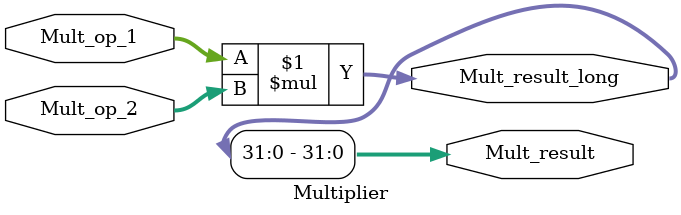
<source format=sv>
`timescale 1ns/100ps
`ifndef DISABLE_DEFAULT_NET
`default_nettype none
`endif


module Multiplier (
	//input logic [1:0] select,
	input logic signed [31:0] Mult_op_1, 
	input logic signed [31:0] Mult_op_2,
	
	output logic signed [31:0] Mult_result,
	output logic signed[63:0] Mult_result_long
	
);

assign Mult_result_long = Mult_op_1 * Mult_op_2;
assign Mult_result = Mult_result_long[31:0];


endmodule
</source>
